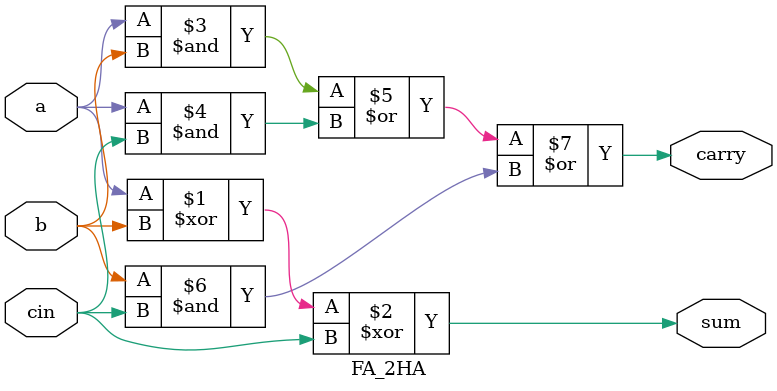
<source format=v>
`timescale 1ns / 1ps


module FA_2HA(a,b,cin,sum,carry);
 input a,b, cin;
 output  sum ,carry;
 assign sum = a ^ b ^ cin;
 assign carry = (a & b)|(a & cin)|(b & cin);
endmodule
</source>
